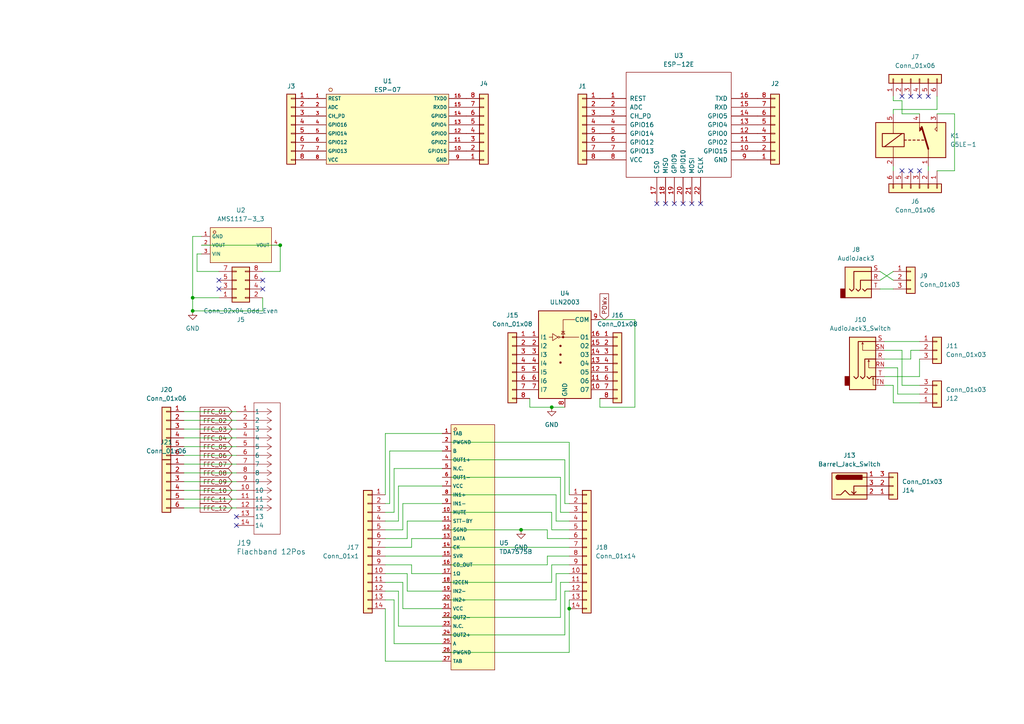
<source format=kicad_sch>
(kicad_sch (version 20230121) (generator eeschema)
  (paper "A4")
  (lib_symbols
    (symbol "2024-04-23_17-15-49:1-1734742-2" (pin_names (offset 0.254))
      (property "Reference" "J" (at 8.89 6.35 0))
      (property "Value" "1-1734742-2" (at 0 0 0))
      (symbol "1-1734742-2_0_1"
        (polyline (pts (xy 5.08 -35.56) (xy 12.7 -35.56)) (stroke (width 0.127)))
        (polyline (pts (xy 5.08 2.54) (xy 5.08 -35.56)) (stroke (width 0.127)))
        (polyline (pts (xy 10.16 -27.94) (xy 5.08 -27.94)) (stroke (width 0.127)))
        (polyline (pts (xy 10.16 -27.94) (xy 8.89 -28.7867)) (stroke (width 0.127)))
        (polyline (pts (xy 10.16 -27.94) (xy 8.89 -27.0933)) (stroke (width 0.127)))
        (polyline (pts (xy 10.16 -25.4) (xy 5.08 -25.4)) (stroke (width 0.127)))
        (polyline (pts (xy 10.16 -25.4) (xy 8.89 -26.2467)) (stroke (width 0.127)))
        (polyline (pts (xy 10.16 -25.4) (xy 8.89 -24.5533)) (stroke (width 0.127)))
        (polyline (pts (xy 10.16 -22.86) (xy 5.08 -22.86)) (stroke (width 0.127)))
        (polyline (pts (xy 10.16 -22.86) (xy 8.89 -23.7067)) (stroke (width 0.127)))
        (polyline (pts (xy 10.16 -22.86) (xy 8.89 -22.0133)) (stroke (width 0.127)))
        (polyline (pts (xy 10.16 -20.32) (xy 5.08 -20.32)) (stroke (width 0.127)))
        (polyline (pts (xy 10.16 -20.32) (xy 8.89 -21.1667)) (stroke (width 0.127)))
        (polyline (pts (xy 10.16 -20.32) (xy 8.89 -19.4733)) (stroke (width 0.127)))
        (polyline (pts (xy 10.16 -17.78) (xy 5.08 -17.78)) (stroke (width 0.127)))
        (polyline (pts (xy 10.16 -17.78) (xy 8.89 -18.6267)) (stroke (width 0.127)))
        (polyline (pts (xy 10.16 -17.78) (xy 8.89 -16.9333)) (stroke (width 0.127)))
        (polyline (pts (xy 10.16 -15.24) (xy 5.08 -15.24)) (stroke (width 0.127)))
        (polyline (pts (xy 10.16 -15.24) (xy 8.89 -16.0867)) (stroke (width 0.127)))
        (polyline (pts (xy 10.16 -15.24) (xy 8.89 -14.3933)) (stroke (width 0.127)))
        (polyline (pts (xy 10.16 -12.7) (xy 5.08 -12.7)) (stroke (width 0.127)))
        (polyline (pts (xy 10.16 -12.7) (xy 8.89 -13.5467)) (stroke (width 0.127)))
        (polyline (pts (xy 10.16 -12.7) (xy 8.89 -11.8533)) (stroke (width 0.127)))
        (polyline (pts (xy 10.16 -10.16) (xy 5.08 -10.16)) (stroke (width 0.127)))
        (polyline (pts (xy 10.16 -10.16) (xy 8.89 -11.0067)) (stroke (width 0.127)))
        (polyline (pts (xy 10.16 -10.16) (xy 8.89 -9.3133)) (stroke (width 0.127)))
        (polyline (pts (xy 10.16 -7.62) (xy 5.08 -7.62)) (stroke (width 0.127)))
        (polyline (pts (xy 10.16 -7.62) (xy 8.89 -8.4667)) (stroke (width 0.127)))
        (polyline (pts (xy 10.16 -7.62) (xy 8.89 -6.7733)) (stroke (width 0.127)))
        (polyline (pts (xy 10.16 -5.08) (xy 5.08 -5.08)) (stroke (width 0.127)))
        (polyline (pts (xy 10.16 -5.08) (xy 8.89 -5.9267)) (stroke (width 0.127)))
        (polyline (pts (xy 10.16 -5.08) (xy 8.89 -4.2333)) (stroke (width 0.127)))
        (polyline (pts (xy 10.16 -2.54) (xy 5.08 -2.54)) (stroke (width 0.127)))
        (polyline (pts (xy 10.16 -2.54) (xy 8.89 -3.3867)) (stroke (width 0.127)))
        (polyline (pts (xy 10.16 -2.54) (xy 8.89 -1.6933)) (stroke (width 0.127)))
        (polyline (pts (xy 10.16 0) (xy 5.08 0)) (stroke (width 0.127)))
        (polyline (pts (xy 10.16 0) (xy 8.89 -0.8467)) (stroke (width 0.127)))
        (polyline (pts (xy 10.16 0) (xy 8.89 0.8467)) (stroke (width 0.127)))
        (polyline (pts (xy 12.7 -35.56) (xy 12.7 2.54)) (stroke (width 0.127)))
        (polyline (pts (xy 12.7 2.54) (xy 5.08 2.54)) (stroke (width 0.127)))
        (pin unspecified line (at 0 0 0) (length 5.08) (name "1") (number "1"))
        (pin unspecified line (at 0 -22.86 0) (length 5.08) (name "10") (number "10"))
        (pin unspecified line (at 0 -25.4 0) (length 5.08) (name "11") (number "11"))
        (pin unspecified line (at 0 -27.94 0) (length 5.08) (name "12") (number "12"))
        (pin unspecified line (at 0 -30.48 0) (length 5.08) (name "13") (number "13"))
        (pin unspecified line (at 0 -33.02 0) (length 5.08) (name "14") (number "14"))
        (pin unspecified line (at 0 -2.54 0) (length 5.08) (name "2") (number "2"))
        (pin unspecified line (at 0 -5.08 0) (length 5.08) (name "3") (number "3"))
        (pin unspecified line (at 0 -7.62 0) (length 5.08) (name "4") (number "4"))
        (pin unspecified line (at 0 -10.16 0) (length 5.08) (name "5") (number "5"))
        (pin unspecified line (at 0 -12.7 0) (length 5.08) (name "6") (number "6"))
        (pin unspecified line (at 0 -15.24 0) (length 5.08) (name "7") (number "7"))
        (pin unspecified line (at 0 -17.78 0) (length 5.08) (name "8") (number "8"))
        (pin unspecified line (at 0 -20.32 0) (length 5.08) (name "9") (number "9"))
      )
    )
    (symbol "Connector:Barrel_Jack_Switch" (pin_names hide)
      (property "Reference" "J" (at 0 5.334 0))
      (property "Value" "Barrel_Jack_Switch" (at 0 -5.08 0))
      (symbol "Barrel_Jack_Switch_0_1"
        (rectangle (start -5.08 3.81) (end 5.08 -3.81) (stroke (width 0.254)) (fill (type background)))
        (arc (start -3.302 3.175) (mid -3.9343 2.54) (end -3.302 1.905) (stroke (width 0.254)))
        (arc (start -3.302 3.175) (mid -3.9343 2.54) (end -3.302 1.905) (stroke (width 0.254)) (fill (type outline)))
        (polyline (pts (xy 1.27 -2.286) (xy 1.905 -1.651)) (stroke (width 0.254)))
        (polyline (pts (xy 5.08 2.54) (xy 3.81 2.54)) (stroke (width 0.254)))
        (polyline (pts (xy 5.08 0) (xy 1.27 0) (xy 1.27 -2.286) (xy 0.635 -1.651)) (stroke (width 0.254)))
        (polyline (pts (xy -3.81 -2.54) (xy -2.54 -2.54) (xy -1.27 -1.27) (xy 0 -2.54) (xy 2.54 -2.54) (xy 5.08 -2.54)) (stroke (width 0.254)))
        (rectangle (start 3.683 3.175) (end -3.302 1.905) (stroke (width 0.254)) (fill (type outline)))
      )
      (symbol "Barrel_Jack_Switch_1_1"
        (pin passive line (at 7.62 2.54 180) (length 2.54) (name "~") (number "1"))
        (pin passive line (at 7.62 -2.54 180) (length 2.54) (name "~") (number "2"))
        (pin passive line (at 7.62 0 180) (length 2.54) (name "~") (number "3"))
      )
    )
    (symbol "Connector_Audio:AudioJack3"
      (property "Reference" "J" (at 0 8.89 0))
      (property "Value" "AudioJack3" (at 0 6.35 0))
      (symbol "AudioJack3_0_1"
        (rectangle (start -5.08 -5.08) (end -6.35 -2.54) (stroke (width 0.254)) (fill (type outline)))
        (polyline (pts (xy 0 -2.54) (xy 0.635 -3.175) (xy 1.27 -2.54) (xy 2.54 -2.54)) (stroke (width 0.254)))
        (polyline (pts (xy -1.905 -2.54) (xy -1.27 -3.175) (xy -0.635 -2.54) (xy -0.635 0) (xy 2.54 0)) (stroke (width 0.254)))
        (polyline (pts (xy 2.54 2.54) (xy -2.54 2.54) (xy -2.54 -2.54) (xy -3.175 -3.175) (xy -3.81 -2.54)) (stroke (width 0.254)))
        (rectangle (start 2.54 3.81) (end -5.08 -5.08) (stroke (width 0.254)) (fill (type background)))
      )
      (symbol "AudioJack3_1_1"
        (pin passive line (at 5.08 0 180) (length 2.54) (name "~") (number "R"))
        (pin passive line (at 5.08 2.54 180) (length 2.54) (name "~") (number "S"))
        (pin passive line (at 5.08 -2.54 180) (length 2.54) (name "~") (number "T"))
      )
    )
    (symbol "Connector_Audio:AudioJack3_Switch"
      (property "Reference" "J" (at 0 11.43 0))
      (property "Value" "AudioJack3_Switch" (at 0 8.89 0))
      (symbol "AudioJack3_Switch_0_1"
        (rectangle (start -5.08 -5.08) (end -6.35 -7.62) (stroke (width 0.254)) (fill (type outline)))
        (polyline (pts (xy -1.27 4.826) (xy -1.016 4.318)))
        (polyline (pts (xy 0.508 -0.254) (xy 0.762 -0.762)))
        (polyline (pts (xy 1.778 -5.334) (xy 2.032 -5.842)))
        (polyline (pts (xy 0 -5.08) (xy 0.635 -5.715) (xy 1.27 -5.08) (xy 2.54 -5.08)) (stroke (width 0.254)))
        (polyline (pts (xy 2.54 -7.62) (xy 1.778 -7.62) (xy 1.778 -5.334) (xy 1.524 -5.842)))
        (polyline (pts (xy 2.54 -2.54) (xy 0.508 -2.54) (xy 0.508 -0.254) (xy 0.254 -0.762)))
        (polyline (pts (xy 2.54 2.54) (xy -1.27 2.54) (xy -1.27 4.826) (xy -1.524 4.318)))
        (polyline (pts (xy -1.905 -5.08) (xy -1.27 -5.715) (xy -0.635 -5.08) (xy -0.635 0) (xy 2.54 0)) (stroke (width 0.254)))
        (polyline (pts (xy 2.54 5.08) (xy -2.54 5.08) (xy -2.54 -5.08) (xy -3.175 -5.715) (xy -3.81 -5.08)) (stroke (width 0.254)))
        (rectangle (start 2.54 6.35) (end -5.08 -8.89) (stroke (width 0.254)) (fill (type background)))
      )
      (symbol "AudioJack3_Switch_1_1"
        (pin passive line (at 5.08 0 180) (length 2.54) (name "~") (number "R"))
        (pin passive line (at 5.08 -2.54 180) (length 2.54) (name "~") (number "RN"))
        (pin passive line (at 5.08 5.08 180) (length 2.54) (name "~") (number "S"))
        (pin passive line (at 5.08 2.54 180) (length 2.54) (name "~") (number "SN"))
        (pin passive line (at 5.08 -5.08 180) (length 2.54) (name "~") (number "T"))
        (pin passive line (at 5.08 -7.62 180) (length 2.54) (name "~") (number "TN"))
      )
    )
    (symbol "Connector_Generic:Conn_01x03" (pin_names (offset 1.016) hide)
      (property "Reference" "J" (at 0 5.08 0))
      (property "Value" "Conn_01x03" (at 0 -5.08 0))
      (symbol "Conn_01x03_1_1"
        (rectangle (start -1.27 -2.413) (end 0 -2.667) (stroke (width 0.1524)))
        (rectangle (start -1.27 0.127) (end 0 -0.127) (stroke (width 0.1524)))
        (rectangle (start -1.27 2.667) (end 0 2.413) (stroke (width 0.1524)))
        (rectangle (start -1.27 3.81) (end 1.27 -3.81) (stroke (width 0.254)) (fill (type background)))
        (pin passive line (at -5.08 2.54 0) (length 3.81) (name "Pin_1") (number "1"))
        (pin passive line (at -5.08 0 0) (length 3.81) (name "Pin_2") (number "2"))
        (pin passive line (at -5.08 -2.54 0) (length 3.81) (name "Pin_3") (number "3"))
      )
    )
    (symbol "Connector_Generic:Conn_01x06" (pin_names (offset 1.016) hide)
      (property "Reference" "J" (at 0 7.62 0))
      (property "Value" "Conn_01x06" (at 0 -10.16 0))
      (symbol "Conn_01x06_1_1"
        (rectangle (start -1.27 -7.493) (end 0 -7.747) (stroke (width 0.1524)))
        (rectangle (start -1.27 -4.953) (end 0 -5.207) (stroke (width 0.1524)))
        (rectangle (start -1.27 -2.413) (end 0 -2.667) (stroke (width 0.1524)))
        (rectangle (start -1.27 0.127) (end 0 -0.127) (stroke (width 0.1524)))
        (rectangle (start -1.27 2.667) (end 0 2.413) (stroke (width 0.1524)))
        (rectangle (start -1.27 5.207) (end 0 4.953) (stroke (width 0.1524)))
        (rectangle (start -1.27 6.35) (end 1.27 -8.89) (stroke (width 0.254)) (fill (type background)))
        (pin passive line (at -5.08 5.08 0) (length 3.81) (name "Pin_1") (number "1"))
        (pin passive line (at -5.08 2.54 0) (length 3.81) (name "Pin_2") (number "2"))
        (pin passive line (at -5.08 0 0) (length 3.81) (name "Pin_3") (number "3"))
        (pin passive line (at -5.08 -2.54 0) (length 3.81) (name "Pin_4") (number "4"))
        (pin passive line (at -5.08 -5.08 0) (length 3.81) (name "Pin_5") (number "5"))
        (pin passive line (at -5.08 -7.62 0) (length 3.81) (name "Pin_6") (number "6"))
      )
    )
    (symbol "Connector_Generic:Conn_01x08" (pin_names (offset 1.016) hide)
      (property "Reference" "J" (at 0 10.16 0))
      (property "Value" "Conn_01x08" (at 0 -12.7 0))
      (symbol "Conn_01x08_1_1"
        (rectangle (start -1.27 -10.033) (end 0 -10.287) (stroke (width 0.1524)))
        (rectangle (start -1.27 -7.493) (end 0 -7.747) (stroke (width 0.1524)))
        (rectangle (start -1.27 -4.953) (end 0 -5.207) (stroke (width 0.1524)))
        (rectangle (start -1.27 -2.413) (end 0 -2.667) (stroke (width 0.1524)))
        (rectangle (start -1.27 0.127) (end 0 -0.127) (stroke (width 0.1524)))
        (rectangle (start -1.27 2.667) (end 0 2.413) (stroke (width 0.1524)))
        (rectangle (start -1.27 5.207) (end 0 4.953) (stroke (width 0.1524)))
        (rectangle (start -1.27 7.747) (end 0 7.493) (stroke (width 0.1524)))
        (rectangle (start -1.27 8.89) (end 1.27 -11.43) (stroke (width 0.254)) (fill (type background)))
        (pin passive line (at -5.08 7.62 0) (length 3.81) (name "Pin_1") (number "1"))
        (pin passive line (at -5.08 5.08 0) (length 3.81) (name "Pin_2") (number "2"))
        (pin passive line (at -5.08 2.54 0) (length 3.81) (name "Pin_3") (number "3"))
        (pin passive line (at -5.08 0 0) (length 3.81) (name "Pin_4") (number "4"))
        (pin passive line (at -5.08 -2.54 0) (length 3.81) (name "Pin_5") (number "5"))
        (pin passive line (at -5.08 -5.08 0) (length 3.81) (name "Pin_6") (number "6"))
        (pin passive line (at -5.08 -7.62 0) (length 3.81) (name "Pin_7") (number "7"))
        (pin passive line (at -5.08 -10.16 0) (length 3.81) (name "Pin_8") (number "8"))
      )
    )
    (symbol "Connector_Generic:Conn_01x14" (pin_names (offset 1.016) hide)
      (property "Reference" "J" (at 0 17.78 0))
      (property "Value" "Conn_01x14" (at 0 -20.32 0))
      (symbol "Conn_01x14_1_1"
        (rectangle (start -1.27 -17.653) (end 0 -17.907) (stroke (width 0.1524)))
        (rectangle (start -1.27 -15.113) (end 0 -15.367) (stroke (width 0.1524)))
        (rectangle (start -1.27 -12.573) (end 0 -12.827) (stroke (width 0.1524)))
        (rectangle (start -1.27 -10.033) (end 0 -10.287) (stroke (width 0.1524)))
        (rectangle (start -1.27 -7.493) (end 0 -7.747) (stroke (width 0.1524)))
        (rectangle (start -1.27 -4.953) (end 0 -5.207) (stroke (width 0.1524)))
        (rectangle (start -1.27 -2.413) (end 0 -2.667) (stroke (width 0.1524)))
        (rectangle (start -1.27 0.127) (end 0 -0.127) (stroke (width 0.1524)))
        (rectangle (start -1.27 2.667) (end 0 2.413) (stroke (width 0.1524)))
        (rectangle (start -1.27 5.207) (end 0 4.953) (stroke (width 0.1524)))
        (rectangle (start -1.27 7.747) (end 0 7.493) (stroke (width 0.1524)))
        (rectangle (start -1.27 10.287) (end 0 10.033) (stroke (width 0.1524)))
        (rectangle (start -1.27 12.827) (end 0 12.573) (stroke (width 0.1524)))
        (rectangle (start -1.27 15.367) (end 0 15.113) (stroke (width 0.1524)))
        (rectangle (start -1.27 16.51) (end 1.27 -19.05) (stroke (width 0.254)) (fill (type background)))
        (pin passive line (at -5.08 15.24 0) (length 3.81) (name "Pin_1") (number "1"))
        (pin passive line (at -5.08 -7.62 0) (length 3.81) (name "Pin_10") (number "10"))
        (pin passive line (at -5.08 -10.16 0) (length 3.81) (name "Pin_11") (number "11"))
        (pin passive line (at -5.08 -12.7 0) (length 3.81) (name "Pin_12") (number "12"))
        (pin passive line (at -5.08 -15.24 0) (length 3.81) (name "Pin_13") (number "13"))
        (pin passive line (at -5.08 -17.78 0) (length 3.81) (name "Pin_14") (number "14"))
        (pin passive line (at -5.08 12.7 0) (length 3.81) (name "Pin_2") (number "2"))
        (pin passive line (at -5.08 10.16 0) (length 3.81) (name "Pin_3") (number "3"))
        (pin passive line (at -5.08 7.62 0) (length 3.81) (name "Pin_4") (number "4"))
        (pin passive line (at -5.08 5.08 0) (length 3.81) (name "Pin_5") (number "5"))
        (pin passive line (at -5.08 2.54 0) (length 3.81) (name "Pin_6") (number "6"))
        (pin passive line (at -5.08 0 0) (length 3.81) (name "Pin_7") (number "7"))
        (pin passive line (at -5.08 -2.54 0) (length 3.81) (name "Pin_8") (number "8"))
        (pin passive line (at -5.08 -5.08 0) (length 3.81) (name "Pin_9") (number "9"))
      )
    )
    (symbol "Connector_Generic:Conn_02x04_Odd_Even" (pin_names (offset 1.016) hide)
      (property "Reference" "J" (at 1.27 5.08 0))
      (property "Value" "Conn_02x04_Odd_Even" (at 1.27 -7.62 0))
      (symbol "Conn_02x04_Odd_Even_1_1"
        (rectangle (start -1.27 -4.953) (end 0 -5.207) (stroke (width 0.1524)))
        (rectangle (start -1.27 -2.413) (end 0 -2.667) (stroke (width 0.1524)))
        (rectangle (start -1.27 0.127) (end 0 -0.127) (stroke (width 0.1524)))
        (rectangle (start -1.27 2.667) (end 0 2.413) (stroke (width 0.1524)))
        (rectangle (start -1.27 3.81) (end 3.81 -6.35) (stroke (width 0.254)) (fill (type background)))
        (rectangle (start 3.81 -4.953) (end 2.54 -5.207) (stroke (width 0.1524)))
        (rectangle (start 3.81 -2.413) (end 2.54 -2.667) (stroke (width 0.1524)))
        (rectangle (start 3.81 0.127) (end 2.54 -0.127) (stroke (width 0.1524)))
        (rectangle (start 3.81 2.667) (end 2.54 2.413) (stroke (width 0.1524)))
        (pin passive line (at -5.08 2.54 0) (length 3.81) (name "Pin_1") (number "1"))
        (pin passive line (at 7.62 2.54 180) (length 3.81) (name "Pin_2") (number "2"))
        (pin passive line (at -5.08 0 0) (length 3.81) (name "Pin_3") (number "3"))
        (pin passive line (at 7.62 0 180) (length 3.81) (name "Pin_4") (number "4"))
        (pin passive line (at -5.08 -2.54 0) (length 3.81) (name "Pin_5") (number "5"))
        (pin passive line (at 7.62 -2.54 180) (length 3.81) (name "Pin_6") (number "6"))
        (pin passive line (at -5.08 -5.08 0) (length 3.81) (name "Pin_7") (number "7"))
        (pin passive line (at 7.62 -5.08 180) (length 3.81) (name "Pin_8") (number "8"))
      )
    )
    (symbol "ESP8266:ESP-12E" (pin_names (offset 1.016))
      (property "Reference" "U" (at 0 -2.54 0))
      (property "Value" "ESP-12E" (at 0 2.54 0))
      (symbol "ESP-12E_1_0"
        (rectangle (start -15.24 -15.24) (end 15.24 15.24))
      )
      (symbol "ESP-12E_1_1"
        (pin input line (at -22.86 7.62 0) (length 7.62) (name "REST") (number "1"))
        (pin bidirectional line (at 22.86 -7.62 180) (length 7.62) (name "GPIO15") (number "10"))
        (pin bidirectional line (at 22.86 -5.08 180) (length 7.62) (name "GPIO2") (number "11"))
        (pin bidirectional line (at 22.86 -2.54 180) (length 7.62) (name "GPIO0") (number "12"))
        (pin bidirectional line (at 22.86 0 180) (length 7.62) (name "GPIO4") (number "13"))
        (pin bidirectional line (at 22.86 2.54 180) (length 7.62) (name "GPIO5") (number "14"))
        (pin input line (at 22.86 5.08 180) (length 7.62) (name "RXD") (number "15"))
        (pin output line (at 22.86 7.62 180) (length 7.62) (name "TXD") (number "16"))
        (pin bidirectional line (at -6.35 -22.86 90) (length 7.62) (name "CS0") (number "17"))
        (pin bidirectional line (at -3.81 -22.86 90) (length 7.62) (name "MISO") (number "18"))
        (pin bidirectional line (at -1.27 -22.86 90) (length 7.62) (name "GPIO9") (number "19"))
        (pin passive line (at -22.86 5.08 0) (length 7.62) (name "ADC") (number "2"))
        (pin bidirectional line (at 1.27 -22.86 90) (length 7.62) (name "GPIO10") (number "20"))
        (pin bidirectional line (at 3.81 -22.86 90) (length 7.62) (name "MOSI") (number "21"))
        (pin bidirectional line (at 6.35 -22.86 90) (length 7.62) (name "SCLK") (number "22"))
        (pin input line (at -22.86 2.54 0) (length 7.62) (name "CH_PD") (number "3"))
        (pin bidirectional line (at -22.86 0 0) (length 7.62) (name "GPIO16") (number "4"))
        (pin bidirectional line (at -22.86 -2.54 0) (length 7.62) (name "GPIO14") (number "5"))
        (pin bidirectional line (at -22.86 -5.08 0) (length 7.62) (name "GPIO12") (number "6"))
        (pin bidirectional line (at -22.86 -7.62 0) (length 7.62) (name "GPIO13") (number "7"))
        (pin power_in line (at -22.86 -10.16 0) (length 7.62) (name "VCC") (number "8"))
        (pin power_in line (at 22.86 -10.16 180) (length 7.62) (name "GND") (number "9"))
      )
    )
    (symbol "Relay:G5LE-1"
      (property "Reference" "K" (at 11.43 3.81 0))
      (property "Value" "G5LE-1" (at 11.43 1.27 0))
      (symbol "G5LE-1_0_0"
        (polyline (pts (xy 7.62 5.08) (xy 7.62 2.54) (xy 6.985 3.175) (xy 7.62 3.81)))
      )
      (symbol "G5LE-1_0_1"
        (rectangle (start -10.16 5.08) (end 10.16 -5.08) (stroke (width 0.254)) (fill (type background)))
        (rectangle (start -8.255 1.905) (end -1.905 -1.905) (stroke (width 0.254)))
        (polyline (pts (xy -7.62 -1.905) (xy -2.54 1.905)) (stroke (width 0.254)))
        (polyline (pts (xy -5.08 -5.08) (xy -5.08 -1.905)))
        (polyline (pts (xy -5.08 5.08) (xy -5.08 1.905)))
        (polyline (pts (xy -1.905 0) (xy -1.27 0)) (stroke (width 0.254)))
        (polyline (pts (xy -0.635 0) (xy 0 0)) (stroke (width 0.254)))
        (polyline (pts (xy 0.635 0) (xy 1.27 0)) (stroke (width 0.254)))
        (polyline (pts (xy 1.905 0) (xy 2.54 0)) (stroke (width 0.254)))
        (polyline (pts (xy 3.175 0) (xy 3.81 0)) (stroke (width 0.254)))
        (polyline (pts (xy 5.08 -2.54) (xy 3.175 3.81)) (stroke (width 0.508)))
        (polyline (pts (xy 5.08 -2.54) (xy 5.08 -5.08)))
        (polyline (pts (xy 2.54 5.08) (xy 2.54 2.54) (xy 3.175 3.175) (xy 2.54 3.81)) (fill (type outline)))
      )
      (symbol "G5LE-1_1_1"
        (pin passive line (at 5.08 -7.62 90) (length 2.54) (name "~") (number "1"))
        (pin passive line (at -5.08 -7.62 90) (length 2.54) (name "~") (number "2"))
        (pin passive line (at 7.62 7.62 270) (length 2.54) (name "~") (number "3"))
        (pin passive line (at 2.54 7.62 270) (length 2.54) (name "~") (number "4"))
        (pin passive line (at -5.08 7.62 270) (length 2.54) (name "~") (number "5"))
      )
    )
    (symbol "Transistor_Array:ULN2003"
      (property "Reference" "U" (at 0 15.875 0))
      (property "Value" "ULN2003" (at 0 13.97 0))
      (symbol "ULN2003_0_1"
        (rectangle (start -7.62 -12.7) (end 7.62 12.7) (stroke (width 0.254)) (fill (type background)))
        (circle (center -1.778 5.08) (radius 0.254))
        (circle (center -1.27 -2.286) (radius 0.254) (fill (type outline)))
        (circle (center -1.27 0) (radius 0.254) (fill (type outline)))
        (circle (center -1.27 2.54) (radius 0.254) (fill (type outline)))
        (circle (center -0.508 5.08) (radius 0.254) (fill (type outline)))
        (polyline (pts (xy -4.572 5.08) (xy -3.556 5.08)))
        (polyline (pts (xy -1.524 5.08) (xy 4.064 5.08)))
        (polyline (pts (xy 0 6.731) (xy -1.016 6.731)))
        (polyline (pts (xy -0.508 5.08) (xy -0.508 10.16) (xy 2.921 10.16)))
        (polyline (pts (xy -3.556 6.096) (xy -3.556 4.064) (xy -2.032 5.08) (xy -3.556 6.096)))
        (polyline (pts (xy 0 5.969) (xy -1.016 5.969) (xy -0.508 6.731) (xy 0 5.969)))
      )
      (symbol "ULN2003_1_1"
        (pin input line (at -10.16 5.08 0) (length 2.54) (name "I1") (number "1"))
        (pin open_collector line (at 10.16 -10.16 180) (length 2.54) (name "O7") (number "10"))
        (pin open_collector line (at 10.16 -7.62 180) (length 2.54) (name "O6") (number "11"))
        (pin open_collector line (at 10.16 -5.08 180) (length 2.54) (name "O5") (number "12"))
        (pin open_collector line (at 10.16 -2.54 180) (length 2.54) (name "O4") (number "13"))
        (pin open_collector line (at 10.16 0 180) (length 2.54) (name "O3") (number "14"))
        (pin open_collector line (at 10.16 2.54 180) (length 2.54) (name "O2") (number "15"))
        (pin open_collector line (at 10.16 5.08 180) (length 2.54) (name "O1") (number "16"))
        (pin input line (at -10.16 2.54 0) (length 2.54) (name "I2") (number "2"))
        (pin input line (at -10.16 0 0) (length 2.54) (name "I3") (number "3"))
        (pin input line (at -10.16 -2.54 0) (length 2.54) (name "I4") (number "4"))
        (pin input line (at -10.16 -5.08 0) (length 2.54) (name "I5") (number "5"))
        (pin input line (at -10.16 -7.62 0) (length 2.54) (name "I6") (number "6"))
        (pin input line (at -10.16 -10.16 0) (length 2.54) (name "I7") (number "7"))
        (pin power_in line (at 0 -15.24 90) (length 2.54) (name "GND") (number "8"))
        (pin passive line (at 10.16 10.16 180) (length 2.54) (name "COM") (number "9"))
      )
    )
    (symbol "jlc_symbols:AMS1117-3_3"
      (property "Reference" "U" (at 0 1.27 0))
      (property "Value" "AMS1117-3_3" (at 0 -2.54 0))
      (symbol "AMS1117-3_3_0_1"
        (rectangle (start -8.89 5.08) (end 8.89 -5.08) (fill (type background)))
        (circle (center -7.62 3.81) (radius 0.381) (fill (type background)))
        (pin unspecified line (at -11.43 2.54 0) (length 2.54) (name "GND") (number "1"))
        (pin unspecified line (at -11.43 0 0) (length 2.54) (name "VOUT") (number "2"))
        (pin unspecified line (at -11.43 -2.54 0) (length 2.54) (name "VIN") (number "3"))
        (pin unspecified line (at 11.43 0 180) (length 2.54) (name "VOUT") (number "4"))
      )
    )
    (symbol "jlc_symbols:ESP-07"
      (property "Reference" "U1" (at 0 12.7 0))
      (property "Value" "ESP-07" (at 0 10.16 0))
      (symbol "ESP-07_0_1"
        (rectangle (start -17.78 8.89) (end 17.78 -11.43) (fill (type background)))
        (circle (center -16.51 10.16) (radius 0.508) (fill (type background)))
        (pin unspecified line (at -22.86 7.62 0) (length 5.08) (name "REST") (number "1"))
        (pin input line (at 22.86 -7.62 180) (length 5.08) (name "GPIO15") (number "10"))
        (pin unspecified line (at 22.86 -5.08 180) (length 5.08) (name "GPIO2") (number "11"))
        (pin unspecified line (at 22.86 -2.54 180) (length 5.08) (name "GPIO0") (number "12"))
        (pin unspecified line (at 22.86 0 180) (length 5.08) (name "GPIO4") (number "13"))
        (pin unspecified line (at 22.86 2.54 180) (length 5.08) (name "GPIO5") (number "14"))
        (pin input line (at 22.86 5.08 180) (length 5.08) (name "RXD0") (number "15"))
        (pin output line (at 22.86 7.62 180) (length 5.08) (name "TXD0") (number "16"))
        (pin unspecified line (at -22.86 5.08 0) (length 5.08) (name "ADC") (number "2"))
        (pin input line (at -22.86 2.54 0) (length 5.08) (name "CH_PD") (number "3"))
        (pin unspecified line (at -22.86 0 0) (length 5.08) (name "GPIO16") (number "4"))
        (pin unspecified line (at -22.86 -2.54 0) (length 5.08) (name "GPIO14") (number "5"))
        (pin unspecified line (at -22.86 -5.08 0) (length 5.08) (name "GPIO12") (number "6"))
        (pin unspecified line (at -22.86 -7.62 0) (length 5.08) (name "GPIO13") (number "7"))
        (pin power_in line (at -22.86 -10.16 0) (length 5.08) (name "VCC") (number "8"))
        (pin power_in line (at 22.86 -10.16 180) (length 5.08) (name "GND") (number "9"))
      )
    )
    (symbol "jlc_symbols:TDA7575B"
      (property "Reference" "U" (at 0 1.27 0))
      (property "Value" "TDA7575B" (at 0 -2.54 0))
      (symbol "TDA7575B_0_1"
        (rectangle (start -6.35 35.5601) (end 6.35 -35.5601) (fill (type background)))
        (circle (center -5.08 34.2901) (radius 0.381) (fill (type background)))
        (pin unspecified line (at -8.89 33.02 0) (length 2.54) (name "TAB") (number "1"))
        (pin unspecified line (at -8.89 10.16 0) (length 2.54) (name "MUTE") (number "10"))
        (pin unspecified line (at -8.89 7.62 0) (length 2.54) (name "STT-BY") (number "11"))
        (pin unspecified line (at -8.89 5.08 0) (length 2.54) (name "SGND") (number "12"))
        (pin unspecified line (at -8.89 2.54 0) (length 2.54) (name "DATA") (number "13"))
        (pin unspecified line (at -8.89 0 0) (length 2.54) (name "CK") (number "14"))
        (pin unspecified line (at -8.89 -2.54 0) (length 2.54) (name "SVR") (number "15"))
        (pin unspecified line (at -8.89 -5.08 0) (length 2.54) (name "CD_OUT") (number "16"))
        (pin unspecified line (at -8.89 -7.62 0) (length 2.54) (name "1Ω") (number "17"))
        (pin unspecified line (at -8.89 -10.16 0) (length 2.54) (name "I2CEN") (number "18"))
        (pin unspecified line (at -8.89 -12.7 0) (length 2.54) (name "IN2-") (number "19"))
        (pin unspecified line (at -8.89 30.48 0) (length 2.54) (name "PWGND") (number "2"))
        (pin unspecified line (at -8.89 -15.24 0) (length 2.54) (name "IN2+") (number "20"))
        (pin unspecified line (at -8.89 -17.78 0) (length 2.54) (name "VCC") (number "21"))
        (pin unspecified line (at -8.89 -20.32 0) (length 2.54) (name "OUT2-") (number "22"))
        (pin unspecified line (at -8.89 -22.86 0) (length 2.54) (name "N.C.") (number "23"))
        (pin unspecified line (at -8.89 -25.4 0) (length 2.54) (name "OUT2+") (number "24"))
        (pin unspecified line (at -8.89 -27.94 0) (length 2.54) (name "A") (number "25"))
        (pin unspecified line (at -8.89 -30.48 0) (length 2.54) (name "PWGND") (number "26"))
        (pin unspecified line (at -8.89 -33.02 0) (length 2.54) (name "TAB") (number "27"))
        (pin unspecified line (at -8.89 27.94 0) (length 2.54) (name "B") (number "3"))
        (pin unspecified line (at -8.89 25.4 0) (length 2.54) (name "OUT1+") (number "4"))
        (pin unspecified line (at -8.89 22.86 0) (length 2.54) (name "N.C.") (number "5"))
        (pin unspecified line (at -8.89 20.32 0) (length 2.54) (name "OUT1-") (number "6"))
        (pin unspecified line (at -8.89 17.78 0) (length 2.54) (name "VCC") (number "7"))
        (pin unspecified line (at -8.89 15.24 0) (length 2.54) (name "IN1+") (number "8"))
        (pin unspecified line (at -8.89 12.7 0) (length 2.54) (name "IN1-") (number "9"))
      )
    )
    (symbol "power:GND" (power) (pin_names (offset 0))
      (property "Value" "GND" (at 0 -3.81 0))
      (symbol "GND_0_1"
        (polyline (pts (xy 0 0) (xy 0 -1.27) (xy 1.27 -1.27) (xy 0 -2.54) (xy -1.27 -1.27) (xy 0 -1.27)))
      )
      (symbol "GND_1_1"
        (pin power_in line (at 0 0 270) (length 0) hide (name "GND") (number "1"))
      )
    )
  )
  (junction (at 151.13 153.67))
  (junction (at 165.1 176.53))
  (junction (at 81.28 71.12))
  (junction (at 55.88 90.17))
  (junction (at 55.88 86.36))
  (junction (at 160.02 118.11))
  (no_connect (at 193.04 59.055))
  (no_connect (at 261.62 49.53))
  (no_connect (at 261.62 27.94))
  (no_connect (at 63.5 83.82))
  (no_connect (at 76.2 81.28))
  (no_connect (at 264.16 27.94))
  (no_connect (at 63.5 81.28))
  (no_connect (at 203.2 59.055))
  (no_connect (at 269.24 27.94))
  (no_connect (at 76.2 83.82))
  (no_connect (at 190.5 59.055))
  (no_connect (at 264.16 49.53))
  (no_connect (at 68.58 149.86))
  (no_connect (at 200.66 59.055))
  (no_connect (at 195.58 59.055))
  (no_connect (at 68.58 152.4))
  (no_connect (at 266.7 49.53))
  (no_connect (at 266.7 27.94))
  (no_connect (at 198.12 59.055))
  (wire (pts (xy 68.58 144.78) (xy 53.34 144.78)))
  (wire (pts (xy 158.75 156.21) (xy 165.1 156.21)))
  (wire (pts (xy 184.15 118.11) (xy 173.99 118.11)))
  (wire (pts (xy 160.02 148.59) (xy 128.27 148.59)))
  (wire (pts (xy 68.58 124.46) (xy 53.34 124.46)))
  (wire (pts (xy 259.08 29.21) (xy 259.08 27.94)))
  (wire (pts (xy 256.54 111.76) (xy 259.08 111.76)))
  (wire (pts (xy 68.58 129.54) (xy 53.34 129.54)))
  (wire (pts (xy 259.08 31.75) (xy 259.08 33.02)))
  (wire (pts (xy 119.38 163.83) (xy 119.38 166.37)))
  (wire (pts (xy 114.3 173.99) (xy 114.3 186.69)))
  (wire (pts (xy 162.56 138.43) (xy 128.27 138.43)))
  (wire (pts (xy 255.27 83.82) (xy 259.08 83.82)))
  (wire (pts (xy 111.76 143.51) (xy 111.76 125.73)))
  (wire (pts (xy 111.76 148.59) (xy 114.3 148.59)))
  (wire (pts (xy 128.27 181.61) (xy 115.57 181.61)))
  (wire (pts (xy 261.62 29.21) (xy 259.08 29.21)))
  (wire (pts (xy 173.99 92.71) (xy 184.15 92.71)))
  (wire (pts (xy 118.11 151.13) (xy 128.27 151.13)))
  (wire (pts (xy 260.35 106.68) (xy 260.35 114.3)))
  (wire (pts (xy 111.76 191.77) (xy 128.27 191.77)))
  (wire (pts (xy 264.16 101.6) (xy 264.16 104.14)))
  (wire (pts (xy 68.58 127) (xy 53.34 127)))
  (wire (pts (xy 57.15 78.74) (xy 57.15 73.66)))
  (wire (pts (xy 116.84 176.53) (xy 128.27 176.53)))
  (wire (pts (xy 160.02 118.11) (xy 153.67 118.11)))
  (wire (pts (xy 165.1 176.53) (xy 165.1 189.23)))
  (wire (pts (xy 163.83 146.05) (xy 165.1 146.05)))
  (wire (pts (xy 165.1 189.23) (xy 128.27 189.23)))
  (wire (pts (xy 111.76 158.75) (xy 119.38 158.75)))
  (wire (pts (xy 161.29 151.13) (xy 161.29 143.51)))
  (wire (pts (xy 119.38 158.75) (xy 119.38 156.21)))
  (wire (pts (xy 63.5 78.74) (xy 57.15 78.74)))
  (wire (pts (xy 114.3 148.59) (xy 114.3 135.89)))
  (wire (pts (xy 128.27 153.67) (xy 151.13 153.67)))
  (wire (pts (xy 128.27 133.35) (xy 163.83 133.35)))
  (wire (pts (xy 160.02 163.83) (xy 160.02 168.91)))
  (wire (pts (xy 271.78 31.75) (xy 259.08 31.75)))
  (wire (pts (xy 266.7 33.02) (xy 261.62 33.02)))
  (wire (pts (xy 119.38 156.21) (xy 128.27 156.21)))
  (wire (pts (xy 116.84 153.67) (xy 111.76 153.67)))
  (wire (pts (xy 161.29 143.51) (xy 128.27 143.51)))
  (wire (pts (xy 116.84 168.91) (xy 116.84 176.53)))
  (wire (pts (xy 158.75 163.83) (xy 128.27 163.83)))
  (wire (pts (xy 113.03 146.05) (xy 111.76 146.05)))
  (wire (pts (xy 114.3 186.69) (xy 128.27 186.69)))
  (wire (pts (xy 153.67 118.11) (xy 153.67 115.57)))
  (wire (pts (xy 55.88 86.36) (xy 63.5 86.36)))
  (wire (pts (xy 158.75 153.67) (xy 158.75 156.21)))
  (wire (pts (xy 111.76 151.13) (xy 115.57 151.13)))
  (wire (pts (xy 259.08 78.74) (xy 255.27 81.28)))
  (wire (pts (xy 55.88 90.17) (xy 76.2 90.17)))
  (wire (pts (xy 115.57 140.97) (xy 128.27 140.97)))
  (wire (pts (xy 114.3 135.89) (xy 128.27 135.89)))
  (wire (pts (xy 119.38 166.37) (xy 128.27 166.37)))
  (wire (pts (xy 163.83 184.15) (xy 128.27 184.15)))
  (wire (pts (xy 165.1 163.83) (xy 160.02 163.83)))
  (wire (pts (xy 116.84 146.05) (xy 116.84 153.67)))
  (wire (pts (xy 68.58 139.7) (xy 53.34 139.7)))
  (wire (pts (xy 261.62 33.02) (xy 261.62 29.21)))
  (wire (pts (xy 165.1 148.59) (xy 162.56 148.59)))
  (wire (pts (xy 163.83 171.45) (xy 163.83 184.15)))
  (wire (pts (xy 173.99 118.11) (xy 173.99 115.57)))
  (wire (pts (xy 165.1 153.67) (xy 160.02 153.67)))
  (wire (pts (xy 271.78 33.02) (xy 276.86 33.02)))
  (wire (pts (xy 111.76 176.53) (xy 111.76 191.77)))
  (wire (pts (xy 165.1 151.13) (xy 161.29 151.13)))
  (wire (pts (xy 81.28 71.12) (xy 81.28 78.74)))
  (wire (pts (xy 68.58 134.62) (xy 53.34 134.62)))
  (wire (pts (xy 260.35 114.3) (xy 266.7 114.3)))
  (wire (pts (xy 266.7 109.22) (xy 256.54 109.22)))
  (wire (pts (xy 151.13 153.67) (xy 158.75 153.67)))
  (wire (pts (xy 264.16 104.14) (xy 256.54 104.14)))
  (wire (pts (xy 162.56 148.59) (xy 162.56 138.43)))
  (wire (pts (xy 256.54 106.68) (xy 260.35 106.68)))
  (wire (pts (xy 118.11 156.21) (xy 118.11 151.13)))
  (wire (pts (xy 162.56 168.91) (xy 162.56 179.07)))
  (wire (pts (xy 165.1 143.51) (xy 165.1 128.27)))
  (wire (pts (xy 259.08 116.84) (xy 266.7 116.84)))
  (wire (pts (xy 58.42 68.58) (xy 55.88 68.58)))
  (wire (pts (xy 261.62 111.76) (xy 266.7 111.76)))
  (wire (pts (xy 165.1 168.91) (xy 162.56 168.91)))
  (wire (pts (xy 68.58 142.24) (xy 53.34 142.24)))
  (wire (pts (xy 57.15 73.66) (xy 58.42 73.66)))
  (wire (pts (xy 55.88 68.58) (xy 55.88 86.36)))
  (wire (pts (xy 259.08 48.26) (xy 259.08 49.53)))
  (wire (pts (xy 68.58 132.08) (xy 53.34 132.08)))
  (wire (pts (xy 266.7 101.6) (xy 264.16 101.6)))
  (wire (pts (xy 160.02 153.67) (xy 160.02 148.59)))
  (wire (pts (xy 68.58 119.38) (xy 53.34 119.38)))
  (wire (pts (xy 111.76 166.37) (xy 118.11 166.37)))
  (wire (pts (xy 115.57 151.13) (xy 115.57 140.97)))
  (wire (pts (xy 81.28 78.74) (xy 76.2 78.74)))
  (wire (pts (xy 266.7 104.14) (xy 266.7 109.22)))
  (wire (pts (xy 111.76 163.83) (xy 119.38 163.83)))
  (wire (pts (xy 128.27 130.81) (xy 113.03 130.81)))
  (wire (pts (xy 58.42 71.12) (xy 81.28 71.12)))
  (wire (pts (xy 68.58 147.32) (xy 53.34 147.32)))
  (wire (pts (xy 266.7 99.06) (xy 256.54 99.06)))
  (wire (pts (xy 276.86 33.02) (xy 276.86 49.53)))
  (wire (pts (xy 269.24 48.26) (xy 269.24 49.53)))
  (wire (pts (xy 165.1 161.29) (xy 158.75 161.29)))
  (wire (pts (xy 271.78 27.94) (xy 271.78 31.75)))
  (wire (pts (xy 160.02 168.91) (xy 128.27 168.91)))
  (wire (pts (xy 55.88 86.36) (xy 55.88 90.17)))
  (wire (pts (xy 158.75 161.29) (xy 158.75 163.83)))
  (wire (pts (xy 128.27 158.75) (xy 165.1 158.75)))
  (wire (pts (xy 276.86 49.53) (xy 271.78 49.53)))
  (wire (pts (xy 184.15 92.71) (xy 184.15 118.11)))
  (wire (pts (xy 118.11 166.37) (xy 118.11 171.45)))
  (wire (pts (xy 163.83 133.35) (xy 163.83 146.05)))
  (wire (pts (xy 255.27 78.74) (xy 259.08 81.28)))
  (wire (pts (xy 115.57 171.45) (xy 111.76 171.45)))
  (wire (pts (xy 161.29 166.37) (xy 161.29 173.99)))
  (wire (pts (xy 162.56 179.07) (xy 128.27 179.07)))
  (wire (pts (xy 128.27 146.05) (xy 116.84 146.05)))
  (wire (pts (xy 161.29 173.99) (xy 128.27 173.99)))
  (wire (pts (xy 163.83 118.11) (xy 160.02 118.11)))
  (wire (pts (xy 128.27 128.27) (xy 165.1 128.27)))
  (wire (pts (xy 165.1 171.45) (xy 163.83 171.45)))
  (wire (pts (xy 111.76 168.91) (xy 116.84 168.91)))
  (wire (pts (xy 111.76 125.73) (xy 128.27 125.73)))
  (wire (pts (xy 111.76 161.29) (xy 128.27 161.29)))
  (wire (pts (xy 111.76 156.21) (xy 118.11 156.21)))
  (wire (pts (xy 165.1 166.37) (xy 161.29 166.37)))
  (wire (pts (xy 261.62 101.6) (xy 261.62 111.76)))
  (wire (pts (xy 165.1 173.99) (xy 165.1 176.53)))
  (wire (pts (xy 76.2 90.17) (xy 76.2 86.36)))
  (wire (pts (xy 113.03 130.81) (xy 113.03 146.05)))
  (wire (pts (xy 259.08 111.76) (xy 259.08 116.84)))
  (wire (pts (xy 115.57 181.61) (xy 115.57 171.45)))
  (wire (pts (xy 256.54 101.6) (xy 261.62 101.6)))
  (wire (pts (xy 68.58 121.92) (xy 53.34 121.92)))
  (wire (pts (xy 118.11 171.45) (xy 128.27 171.45)))
  (wire (pts (xy 111.76 173.99) (xy 114.3 173.99)))
  (wire (pts (xy 68.58 137.16) (xy 53.34 137.16)))
  (global_label "FFC_02" (shape input) (at 67.31 121.92 180) (property "Intersheetrefs" "${INTERSHEET_REFS}" (effects hide)))
  (global_label "FFC_08" (shape input) (at 67.31 137.16 180) (property "Intersheetrefs" "${INTERSHEET_REFS}" (effects hide)))
  (global_label "POWx" (shape input) (at 175.26 92.71 90) (property "Intersheetrefs" "${INTERSHEET_REFS}" (effects hide)))
  (global_label "FFC_10" (shape input) (at 67.31 142.24 180) (property "Intersheetrefs" "${INTERSHEET_REFS}" (effects hide)))
  (global_label "FFC_03" (shape input) (at 67.31 124.46 180) (property "Intersheetrefs" "${INTERSHEET_REFS}" (effects hide)))
  (global_label "FFC_09" (shape input) (at 67.31 139.7 180) (property "Intersheetrefs" "${INTERSHEET_REFS}" (effects hide)))
  (global_label "FFC_04" (shape input) (at 67.31 127 180) (property "Intersheetrefs" "${INTERSHEET_REFS}" (effects hide)))
  (global_label "FFC_11" (shape input) (at 67.31 144.78 180) (property "Intersheetrefs" "${INTERSHEET_REFS}" (effects hide)))
  (global_label "FFC_06" (shape input) (at 67.31 132.08 180) (property "Intersheetrefs" "${INTERSHEET_REFS}" (effects hide)))
  (global_label "FFC_07" (shape input) (at 67.31 134.62 180) (property "Intersheetrefs" "${INTERSHEET_REFS}" (effects hide)))
  (global_label "FFC_12" (shape input) (at 67.31 147.32 180) (property "Intersheetrefs" "${INTERSHEET_REFS}" (effects hide)))
  (global_label "FFC_01" (shape input) (at 67.31 119.38 180) (property "Intersheetrefs" "${INTERSHEET_REFS}" (effects hide)))
  (global_label "FFC_05" (shape input) (at 67.31 129.54 180) (property "Intersheetrefs" "${INTERSHEET_REFS}" (effects hide)))
  (symbol (lib_id "Connector_Generic:Conn_02x04_Odd_Even") (at 68.58 83.82 0) (mirror x) (unit 1)
    (property "Reference" "J5" (at 69.85 92.71 0))
    (property "Value" "Conn_02x04_Odd_Even" (at 69.85 90.17 0))
    (property "Footprint" "Connector_PinHeader_2.54mm:PinHeader_2x04_P2.54mm_Vertical" (effects hide))
  )
  (symbol (lib_id "power:GND") (at 160.02 118.11 0) (unit 1)
    (property "Reference" "#PWR02" (effects hide))
    (property "Value" "GND" (at 160.02 123.19 0))
  )
  (symbol (lib_id "jlc_symbols:AMS1117-3_3") (at 69.85 71.12 0) (unit 1)
    (property "Reference" "U2" (at 69.85 60.96 0))
    (property "Value" "AMS1117-3_3" (at 69.85 63.5 0))
    (property "Footprint" "jlc_footprints:SOT-223-3_L6.5-W3.4-P2.30-LS7.0-BR" (effects hide))
    (property "Datasheet" "https://item.szlcsc.com/410724.html" (effects hide))
    (property "LCSC" "C6186" (effects hide))
  )
  (symbol (lib_id "Connector_Generic:Conn_01x03") (at 264.16 81.28 0) (unit 1)
    (property "Reference" "J9" (at 266.7 80.01 0) (effects (justify left)))
    (property "Value" "Conn_01x03" (at 266.7 82.55 0) (effects (justify left)))
    (property "Footprint" "Connector_PinHeader_2.54mm:PinHeader_1x03_P2.54mm_Vertical" (effects hide))
  )
  (symbol (lib_id "power:GND") (at 151.13 153.67 0) (unit 1)
    (property "Reference" "#PWR03" (effects hide))
    (property "Value" "GND" (at 151.13 158.75 0))
  )
  (symbol (lib_id "ESP8266:ESP-12E") (at 196.85 36.195 0) (unit 1)
    (property "Reference" "U3" (at 196.85 16.129 0))
    (property "Value" "ESP-12E" (at 196.85 18.669 0))
    (property "Footprint" "jlc_footprints:WIFIM-SMD_ESP-07" (effects hide))
    (property "Datasheet" "http://l0l.org.uk/2014/12/esp8266-modules-hardware-guide-gotta-catch-em-all/" (effects hide))
  )
  (symbol (lib_id "Connector_Generic:Conn_01x06") (at 48.26 139.7 0) (mirror y) (unit 1)
    (property "Reference" "J21" (at 48.26 128.27 0))
    (property "Value" "Conn_01x06" (at 48.26 130.81 0))
    (property "Footprint" "Connector_PinHeader_2.54mm:PinHeader_1x06_P2.54mm_Vertical" (effects hide))
  )
  (symbol (lib_id "Connector_Generic:Conn_01x06") (at 266.7 54.61 270) (unit 1)
    (property "Reference" "J6" (at 265.43 58.42 90))
    (property "Value" "Conn_01x06" (at 265.43 60.96 90))
    (property "Footprint" "Connector_PinHeader_2.54mm:PinHeader_1x06_P2.54mm_Vertical" (effects hide))
  )
  (symbol (lib_id "Relay:G5LE-1") (at 264.16 40.64 0) (unit 1) (in_bom no)
    (property "Reference" "K1" (at 275.59 39.37 0) (effects (justify left)))
    (property "Value" "G5LE-1" (at 275.59 41.91 0) (effects (justify left)))
    (property "Footprint" "Relay_THT:Relay_SPDT_Omron-G5LE-1" (effects hide))
    (property "Datasheet" "http://www.omron.com/ecb/products/pdf/en-g5le.pdf" (effects hide))
  )
  (symbol (lib_id "Connector_Generic:Conn_01x08") (at 168.91 36.195 0) (mirror y) (unit 1)
    (property "Reference" "J1" (at 168.91 25.019 0))
    (property "Value" "Conn_01x08" (effects hide))
    (property "Footprint" "Connector_PinHeader_2.54mm:PinHeader_1x08_P2.54mm_Vertical" (effects hide))
  )
  (symbol (lib_id "power:GND") (at 55.88 90.17 0) (unit 1)
    (property "Reference" "#PWR01" (effects hide))
    (property "Value" "GND" (at 55.88 95.25 0))
  )
  (symbol (lib_id "Connector_Generic:Conn_01x14") (at 106.68 158.75 0) (mirror y) (unit 1)
    (property "Reference" "J17" (at 104.14 158.75 0) (effects (justify left)))
    (property "Value" "Conn_01x1" (at 104.14 161.29 0) (effects (justify left)))
    (property "Footprint" "Connector_PinHeader_2.54mm:PinHeader_1x14_P2.54mm_Vertical" (effects hide))
  )
  (symbol (lib_id "Connector_Generic:Conn_01x03") (at 271.78 101.6 0) (unit 1)
    (property "Reference" "J11" (at 274.32 100.33 0) (effects (justify left)))
    (property "Value" "Conn_01x03" (at 274.32 102.87 0) (effects (justify left)))
    (property "Footprint" "Connector_PinHeader_2.54mm:PinHeader_1x03_P2.54mm_Vertical_SMD_Pin1Left" (effects hide))
  )
  (symbol (lib_id "jlc_symbols:ESP-07") (at 112.395 36.195 0) (unit 1)
    (property "Reference" "U1" (at 112.395 23.495 0))
    (property "Value" "ESP-07" (at 112.395 26.035 0))
    (property "Footprint" "jlc_footprints:WIFIM-SMD_ESP-07" (effects hide))
    (property "Datasheet" "https://so.szlcsc.com/global.html?k=C82894&ref=editor" (effects hide))
    (property "LCSC" "C82894" (effects hide))
  )
  (symbol (lib_id "Connector_Generic:Conn_01x06") (at 48.26 124.46 0) (mirror y) (unit 1)
    (property "Reference" "J20" (at 48.26 113.03 0))
    (property "Value" "Conn_01x06" (at 48.26 115.57 0))
    (property "Footprint" "Connector_PinHeader_2.54mm:PinHeader_1x06_P2.54mm_Vertical" (effects hide))
  )
  (symbol (lib_id "Connector_Generic:Conn_01x06") (at 264.16 22.86 90) (unit 1)
    (property "Reference" "J7" (at 265.43 16.51 90))
    (property "Value" "Conn_01x06" (at 265.43 19.05 90))
    (property "Footprint" "Connector_PinHeader_2.54mm:PinHeader_1x06_P2.54mm_Vertical" (effects hide))
  )
  (symbol (lib_id "jlc_symbols:TDA7575B") (at 137.16 158.75 0) (unit 1)
    (property "Reference" "U5" (at 144.78 157.48 0) (effects (justify left)))
    (property "Value" "TDA7575B" (at 144.78 160.02 0) (effects (justify left)))
    (property "Footprint" "jlc_footprints:FLEXIWATT27-TH_27P-L29.3-W4.6-P1.00" (effects hide))
    (property "Datasheet" "https://item.szlcsc.com/367574.html" (effects hide))
    (property "LCSC" "C843553" (effects hide))
  )
  (symbol (lib_id "Transistor_Array:ULN2003") (at 163.83 102.87 0) (unit 1)
    (property "Reference" "U4" (at 163.83 85.09 0))
    (property "Value" "ULN2003" (at 163.83 87.63 0))
    (property "Footprint" "Package_SO:SOIC-16W_5.3x10.2mm_P1.27mm" (effects hide))
    (property "Datasheet" "http://www.ti.com/lit/ds/symlink/uln2003a.pdf" (effects hide))
  )
  (symbol (lib_id "Connector_Generic:Conn_01x14") (at 170.18 158.75 0) (unit 1)
    (property "Reference" "J18" (at 172.72 158.75 0) (effects (justify left)))
    (property "Value" "Conn_01x14" (at 172.72 161.29 0) (effects (justify left)))
    (property "Footprint" "Connector_PinHeader_2.54mm:PinHeader_1x14_P2.54mm_Vertical" (effects hide))
  )
  (symbol (lib_id "Connector_Generic:Conn_01x08") (at 148.59 105.41 0) (mirror y) (unit 1)
    (property "Reference" "J15" (at 148.59 91.44 0))
    (property "Value" "Conn_01x08" (at 148.59 93.98 0))
    (property "Footprint" "Connector_PinHeader_2.00mm:PinHeader_1x08_P2.00mm_Vertical" (effects hide))
  )
  (symbol (lib_id "Connector_Generic:Conn_01x03") (at 259.08 140.97 0) (mirror x) (unit 1)
    (property "Reference" "J14" (at 261.62 142.24 0) (effects (justify left)))
    (property "Value" "Conn_01x03" (at 261.62 139.7 0) (effects (justify left)))
    (property "Footprint" "Connector_PinHeader_2.54mm:PinHeader_1x03_P2.54mm_Vertical_SMD_Pin1Left" (effects hide))
  )
  (symbol (lib_id "2024-04-23_17-15-49:1-1734742-2") (at 68.58 119.38 0) (unit 1)
    (property "Reference" "J19" (at 68.58 157.48 0) (effects (font (size 1.524 1.524)) (justify left)))
    (property "Value" "Flachband 12Pos" (at 68.58 160.02 0) (effects (font (size 1.524 1.524)) (justify left)))
    (property "Footprint" "CONN12_1-1734742-2_TEC" (effects hide))
    (property "Datasheet" "1-1734742-2" (effects hide))
  )
  (symbol (lib_id "Connector_Generic:Conn_01x08") (at 84.455 36.195 0) (mirror y) (unit 1)
    (property "Reference" "J3" (at 84.455 25.019 0))
    (property "Value" "Conn_01x08" (effects hide))
    (property "Footprint" "Connector_PinHeader_2.54mm:PinHeader_1x08_P2.54mm_Vertical" (effects hide))
  )
  (symbol (lib_id "Connector:Barrel_Jack_Switch") (at 246.38 140.97 0) (unit 1)
    (property "Reference" "J13" (at 246.38 132.08 0))
    (property "Value" "Barrel_Jack_Switch" (at 246.38 134.62 0))
    (property "Footprint" "Connector_BarrelJack:BarrelJack_GCT_DCJ200-10-A_Horizontal" (effects hide))
  )
  (symbol (lib_id "Connector_Generic:Conn_01x08") (at 179.07 105.41 0) (unit 1)
    (property "Reference" "J16" (at 179.07 91.44 0))
    (property "Value" "Conn_01x08" (at 179.07 93.98 0))
    (property "Footprint" "Connector_PinHeader_2.00mm:PinHeader_1x08_P2.00mm_Vertical" (effects hide))
  )
  (symbol (lib_id "Connector_Generic:Conn_01x03") (at 271.78 114.3 0) (mirror x) (unit 1)
    (property "Reference" "J12" (at 274.32 115.57 0) (effects (justify left)))
    (property "Value" "Conn_01x03" (at 274.32 113.03 0) (effects (justify left)))
    (property "Footprint" "Connector_PinHeader_2.54mm:PinHeader_1x03_P2.54mm_Vertical_SMD_Pin1Left" (effects hide))
  )
  (symbol (lib_id "Connector_Generic:Conn_01x08") (at 140.335 38.735 0) (mirror x) (unit 1)
    (property "Reference" "J4" (at 140.335 24.257 0))
    (property "Value" "Conn_01x08" (effects hide))
    (property "Footprint" "Connector_PinHeader_2.54mm:PinHeader_1x08_P2.54mm_Vertical" (effects hide))
  )
  (symbol (lib_id "Connector_Audio:AudioJack3") (at 250.19 81.28 0) (unit 1)
    (property "Reference" "J8" (at 248.285 72.39 0))
    (property "Value" "AudioJack3" (at 248.285 74.93 0))
    (property "Footprint" "Connector_Audio:Jack_3.5mm_CUI_SJ-3523-SMT_Horizontal" (effects hide))
  )
  (symbol (lib_id "Connector_Generic:Conn_01x08") (at 224.79 38.735 0) (mirror x) (unit 1)
    (property "Reference" "J2" (at 224.79 24.257 0))
    (property "Value" "Conn_01x08" (effects hide))
    (property "Footprint" "Connector_PinHeader_2.54mm:PinHeader_1x08_P2.54mm_Vertical" (effects hide))
  )
  (symbol (lib_id "Connector_Audio:AudioJack3_Switch") (at 251.46 104.14 0) (unit 1)
    (property "Reference" "J10" (at 249.555 92.71 0))
    (property "Value" "AudioJack3_Switch" (at 249.555 95.25 0))
    (property "Footprint" "Connector_Audio:Jack_6.35mm_Neutrik_NMJ6HFD2_Horizontal" (effects hide))
  )
)
</source>
